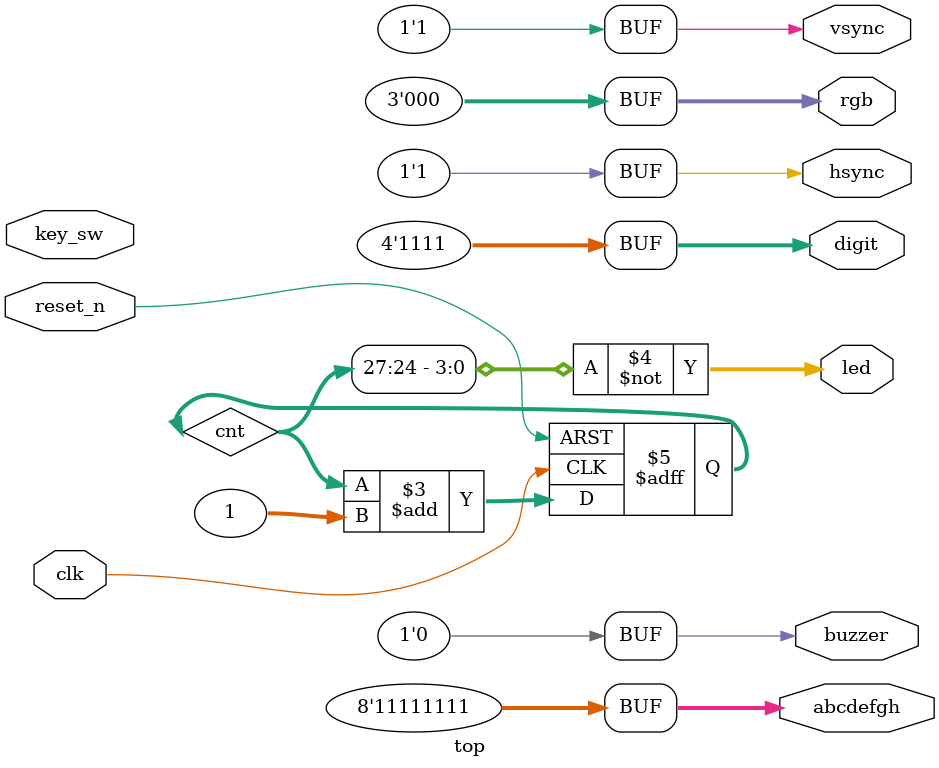
<source format=sv>

module top
(
    input        clk,
    input        reset_n,
    
    input  [3:0] key_sw,
    output [3:0] led,

    output [7:0] abcdefgh,
    output [3:0] digit,

    output       buzzer,

    output       hsync,
    output       vsync,
    output [2:0] rgb
);

    wire reset = ~ reset_n;

    assign abcdefgh  = 8'hff;
    assign digit     = 4'hf;
    assign buzzer    = 1'b0;
    assign hsync     = 1'b1;
    assign vsync     = 1'b1;
    assign rgb       = 3'b0;

    // Exercise 1: Free running counter.
    // How do you change the speed of LED blinking?
    // Try different bit slices to display.

    logic [31:0] cnt;
    
    always_ff @ (posedge clk or posedge reset)
      if (reset)
        cnt <= 32'b0;
      else
        cnt <= cnt + 32'b1;

    assign led = ~ cnt [27:24];

    // Exercise 2: Key-controlled counter.
    // Comment out the code above.
    // Uncomment and synthesize the code below.
    // Press the key to see the counter incrementing.
    //
    // Change the design, for example:
    //
    // 1. One key is used to increment, another to decrement.
    //
    // 2. Two counters controlled by different keys
    // displayed in different groups of LEDs.

    /*

    wire key = key_sw [0];

    logic key_r;
    
    always_ff @ (posedge clk or posedge reset)
      if (reset)
        key_r <= 1'b0;
      else
        key_r <= key;
        
    wire key_pressed = ~ key & key_r;

    logic [3:0] cnt;
    
    always_ff @ (posedge clk or posedge reset)
      if (reset)
        cnt <= 4'b0;
      else if (key_pressed)
        cnt <= cnt + 4'b1;

    assign led = ~ cnt;

    */

endmodule

</source>
